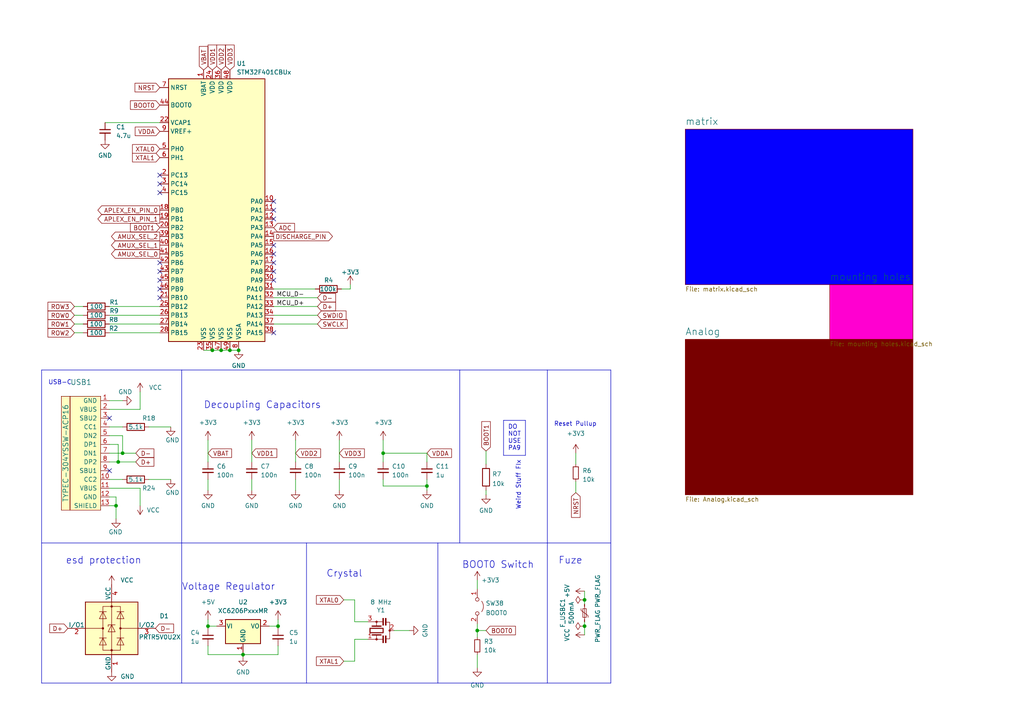
<source format=kicad_sch>
(kicad_sch (version 20230121) (generator eeschema)
  (paper "A4")
  (lib_symbols
    (symbol "Device:C_Small" (pin_numbers hide) (pin_names (offset 0.254) hide)
      (property "Reference" "C" (at 0.254 1.778 0))
      (property "Value" "C_Small" (at 0.254 -2.032 0))
      (symbol "C_Small_0_1"
        (polyline (pts (xy -1.524 -0.508) (xy 1.524 -0.508)) (stroke (width 0.3302)))
        (polyline (pts (xy -1.524 0.508) (xy 1.524 0.508)) (stroke (width 0.3048)))
      )
      (symbol "C_Small_1_1"
        (pin passive line (at 0 2.54 270) (length 2.032) (name "~") (number "1"))
        (pin passive line (at 0 -2.54 90) (length 2.032) (name "~") (number "2"))
      )
    )
    (symbol "Device:Polyfuse_Small" (pin_numbers hide) (pin_names (offset 0))
      (property "Reference" "F" (at -1.905 0 90))
      (property "Value" "Polyfuse_Small" (at 1.905 0 90))
      (symbol "Polyfuse_Small_0_1"
        (rectangle (start -0.508 1.27) (end 0.508 -1.27))
        (polyline (pts (xy 0 2.54) (xy 0 -2.54)))
        (polyline (pts (xy -1.016 1.27) (xy -1.016 0.762) (xy 1.016 -0.762) (xy 1.016 -1.27)))
      )
      (symbol "Polyfuse_Small_1_1"
        (pin passive line (at 0 2.54 270) (length 0.635) (name "~") (number "1"))
        (pin passive line (at 0 -2.54 90) (length 0.635) (name "~") (number "2"))
      )
    )
    (symbol "Device:R" (pin_numbers hide) (pin_names (offset 0))
      (property "Reference" "R" (at 2.032 0 90))
      (property "Value" "R" (at 0 0 90))
      (symbol "R_0_1"
        (rectangle (start -1.016 -2.54) (end 1.016 2.54) (stroke (width 0.254)))
      )
      (symbol "R_1_1"
        (pin passive line (at 0 3.81 270) (length 1.27) (name "~") (number "1"))
        (pin passive line (at 0 -3.81 90) (length 1.27) (name "~") (number "2"))
      )
    )
    (symbol "Device:R_Small" (pin_numbers hide) (pin_names (offset 0.254) hide)
      (property "Reference" "R" (at 0.762 0.508 0))
      (property "Value" "R_Small" (at 0.762 -1.016 0))
      (symbol "R_Small_0_1"
        (rectangle (start -0.762 1.778) (end 0.762 -1.778) (stroke (width 0.2032)))
      )
      (symbol "R_Small_1_1"
        (pin passive line (at 0 2.54 270) (length 0.762) (name "~") (number "1"))
        (pin passive line (at 0 -2.54 90) (length 0.762) (name "~") (number "2"))
      )
    )
    (symbol "Device:Resonator_Small" (pin_names (offset 1.016) hide)
      (property "Reference" "Y" (at 3.175 1.905 0))
      (property "Value" "Resonator_Small" (at 3.175 0 0))
      (symbol "Resonator_Small_0_1"
        (rectangle (start -3.556 -2.54) (end -1.524 -2.794) (fill (type outline)))
        (rectangle (start -3.556 -1.778) (end -1.524 -2.032) (fill (type outline)))
        (circle (center -2.54 0) (radius 0.254) (fill (type outline)))
        (rectangle (start -0.635 1.905) (end 0.635 -1.905) (stroke (width 0.3048)))
        (circle (center 0 -3.81) (radius 0.254) (fill (type outline)))
        (polyline (pts (xy -2.54 -1.778) (xy -2.54 0)))
        (polyline (pts (xy -2.54 0) (xy -1.397 0)))
        (polyline (pts (xy -2.54 1.27) (xy -2.54 0)))
        (polyline (pts (xy -1.27 -1.27) (xy -1.27 1.27)) (stroke (width 0.381)))
        (polyline (pts (xy 1.27 -1.27) (xy 1.27 1.27)) (stroke (width 0.381)))
        (polyline (pts (xy 1.27 0) (xy 2.54 0)))
        (polyline (pts (xy 2.54 0) (xy 2.54 -1.778)))
        (polyline (pts (xy 2.54 1.27) (xy 2.54 0)))
        (polyline (pts (xy 2.413 -2.794) (xy 2.413 -3.81) (xy -2.413 -3.81) (xy -2.413 -2.667)))
        (rectangle (start 1.524 -2.54) (end 3.556 -2.794) (fill (type outline)))
        (rectangle (start 1.524 -1.778) (end 3.556 -2.032) (fill (type outline)))
        (circle (center 2.54 0) (radius 0.254) (fill (type outline)))
      )
      (symbol "Resonator_Small_1_1"
        (pin passive line (at -2.54 2.54 270) (length 1.27) (name "1") (number "1"))
        (pin passive line (at 0 -5.08 90) (length 1.27) (name "2") (number "2"))
        (pin passive line (at 2.54 2.54 270) (length 1.27) (name "3") (number "3"))
      )
    )
    (symbol "Jumper:Jumper_2_Open" (pin_names (offset 0) hide)
      (property "Reference" "JP" (at 0 2.794 0))
      (property "Value" "Jumper_2_Open" (at 0 -2.286 0))
      (symbol "Jumper_2_Open_0_0"
        (circle (center -2.032 0) (radius 0.508))
        (circle (center 2.032 0) (radius 0.508))
      )
      (symbol "Jumper_2_Open_0_1"
        (arc (start 1.524 1.27) (mid 0 1.778) (end -1.524 1.27))
      )
      (symbol "Jumper_2_Open_1_1"
        (pin passive line (at -5.08 0 0) (length 2.54) (name "A") (number "1"))
        (pin passive line (at 5.08 0 180) (length 2.54) (name "B") (number "2"))
      )
    )
    (symbol "MCU_ST_STM32F4:STM32F401CBUx"
      (property "Reference" "U" (at -15.24 39.37 0))
      (property "Value" "STM32F401CBUx" (at 5.08 39.37 0))
      (symbol "STM32F401CBUx_0_1"
        (rectangle (start -15.24 -38.1) (end 12.7 38.1) (stroke (width 0.254)) (fill (type background)))
      )
      (symbol "STM32F401CBUx_1_1"
        (pin power_in line (at -5.08 40.64 270) (length 2.54) (name "VBAT") (number "1"))
        (pin bidirectional line (at 15.24 2.54 180) (length 2.54) (name "PA0") (number "10"))
        (pin bidirectional line (at 15.24 0 180) (length 2.54) (name "PA1") (number "11"))
        (pin bidirectional line (at 15.24 -2.54 180) (length 2.54) (name "PA2") (number "12"))
        (pin bidirectional line (at 15.24 -5.08 180) (length 2.54) (name "PA3") (number "13"))
        (pin bidirectional line (at 15.24 -7.62 180) (length 2.54) (name "PA4") (number "14"))
        (pin bidirectional line (at 15.24 -10.16 180) (length 2.54) (name "PA5") (number "15"))
        (pin bidirectional line (at 15.24 -12.7 180) (length 2.54) (name "PA6") (number "16"))
        (pin bidirectional line (at 15.24 -15.24 180) (length 2.54) (name "PA7") (number "17"))
        (pin bidirectional line (at -17.78 0 0) (length 2.54) (name "PB0") (number "18"))
        (pin bidirectional line (at -17.78 -2.54 0) (length 2.54) (name "PB1") (number "19"))
        (pin bidirectional line (at -17.78 10.16 0) (length 2.54) (name "PC13") (number "2"))
        (pin bidirectional line (at -17.78 -5.08 0) (length 2.54) (name "PB2") (number "20"))
        (pin bidirectional line (at -17.78 -25.4 0) (length 2.54) (name "PB10") (number "21"))
        (pin power_in line (at -17.78 25.4 0) (length 2.54) (name "VCAP1") (number "22"))
        (pin power_in line (at -5.08 -40.64 90) (length 2.54) (name "VSS") (number "23"))
        (pin power_in line (at -2.54 40.64 270) (length 2.54) (name "VDD") (number "24"))
        (pin bidirectional line (at -17.78 -27.94 0) (length 2.54) (name "PB12") (number "25"))
        (pin bidirectional line (at -17.78 -30.48 0) (length 2.54) (name "PB13") (number "26"))
        (pin bidirectional line (at -17.78 -33.02 0) (length 2.54) (name "PB14") (number "27"))
        (pin bidirectional line (at -17.78 -35.56 0) (length 2.54) (name "PB15") (number "28"))
        (pin bidirectional line (at 15.24 -17.78 180) (length 2.54) (name "PA8") (number "29"))
        (pin bidirectional line (at -17.78 7.62 0) (length 2.54) (name "PC14") (number "3"))
        (pin bidirectional line (at 15.24 -20.32 180) (length 2.54) (name "PA9") (number "30"))
        (pin bidirectional line (at 15.24 -22.86 180) (length 2.54) (name "PA10") (number "31"))
        (pin bidirectional line (at 15.24 -25.4 180) (length 2.54) (name "PA11") (number "32"))
        (pin bidirectional line (at 15.24 -27.94 180) (length 2.54) (name "PA12") (number "33"))
        (pin bidirectional line (at 15.24 -30.48 180) (length 2.54) (name "PA13") (number "34"))
        (pin power_in line (at -2.54 -40.64 90) (length 2.54) (name "VSS") (number "35"))
        (pin power_in line (at 0 40.64 270) (length 2.54) (name "VDD") (number "36"))
        (pin bidirectional line (at 15.24 -33.02 180) (length 2.54) (name "PA14") (number "37"))
        (pin bidirectional line (at 15.24 -35.56 180) (length 2.54) (name "PA15") (number "38"))
        (pin bidirectional line (at -17.78 -7.62 0) (length 2.54) (name "PB3") (number "39"))
        (pin bidirectional line (at -17.78 5.08 0) (length 2.54) (name "PC15") (number "4"))
        (pin bidirectional line (at -17.78 -10.16 0) (length 2.54) (name "PB4") (number "40"))
        (pin bidirectional line (at -17.78 -12.7 0) (length 2.54) (name "PB5") (number "41"))
        (pin bidirectional line (at -17.78 -15.24 0) (length 2.54) (name "PB6") (number "42"))
        (pin bidirectional line (at -17.78 -17.78 0) (length 2.54) (name "PB7") (number "43"))
        (pin input line (at -17.78 30.48 0) (length 2.54) (name "BOOT0") (number "44"))
        (pin bidirectional line (at -17.78 -20.32 0) (length 2.54) (name "PB8") (number "45"))
        (pin bidirectional line (at -17.78 -22.86 0) (length 2.54) (name "PB9") (number "46"))
        (pin power_in line (at 0 -40.64 90) (length 2.54) (name "VSS") (number "47"))
        (pin power_in line (at 2.54 40.64 270) (length 2.54) (name "VDD") (number "48"))
        (pin power_in line (at 2.54 -40.64 90) (length 2.54) (name "VSS") (number "49"))
        (pin input line (at -17.78 17.78 0) (length 2.54) (name "PH0") (number "5"))
        (pin input line (at -17.78 15.24 0) (length 2.54) (name "PH1") (number "6"))
        (pin input line (at -17.78 35.56 0) (length 2.54) (name "NRST") (number "7"))
        (pin power_in line (at 5.08 -40.64 90) (length 2.54) (name "VSSA") (number "8"))
        (pin power_in line (at -17.78 22.86 0) (length 2.54) (name "VREF+") (number "9"))
      )
    )
    (symbol "Power_Protection:PRTR5V0U2X" (pin_names (offset 0))
      (property "Reference" "D" (at 2.794 8.636 0))
      (property "Value" "PRTR5V0U2X" (at 8.128 -9.398 0))
      (symbol "PRTR5V0U2X_0_1"
        (rectangle (start -7.62 -7.62) (end 7.62 7.62) (stroke (width 0.254)) (fill (type background)))
        (circle (center -2.54 0) (radius 0.254) (fill (type outline)))
        (rectangle (start -2.54 6.35) (end 2.54 -6.35))
        (circle (center 0 -6.35) (radius 0.254) (fill (type outline)))
        (polyline (pts (xy -2.54 0) (xy -7.62 0)))
        (polyline (pts (xy -1.524 -2.794) (xy -3.556 -2.794)))
        (polyline (pts (xy -1.524 4.826) (xy -3.556 4.826)))
        (polyline (pts (xy 0 -7.62) (xy 0 7.62)))
        (polyline (pts (xy 1.524 -2.794) (xy 3.556 -2.794)))
        (polyline (pts (xy 1.524 4.826) (xy 3.556 4.826)))
        (polyline (pts (xy 2.54 0) (xy 7.62 0)))
        (polyline (pts (xy 1.016 1.016) (xy -1.016 1.016) (xy -1.016 0.508)))
        (polyline (pts (xy -3.556 -4.826) (xy -1.524 -4.826) (xy -2.54 -2.794) (xy -3.556 -4.826)))
        (polyline (pts (xy -3.556 2.794) (xy -1.524 2.794) (xy -2.54 4.826) (xy -3.556 2.794)))
        (polyline (pts (xy -1.016 -1.016) (xy 1.016 -1.016) (xy 0 1.016) (xy -1.016 -1.016)))
        (polyline (pts (xy 3.556 -4.826) (xy 1.524 -4.826) (xy 2.54 -2.794) (xy 3.556 -4.826)))
        (polyline (pts (xy 3.556 2.794) (xy 1.524 2.794) (xy 2.54 4.826) (xy 3.556 2.794)))
        (circle (center 0 6.35) (radius 0.254) (fill (type outline)))
        (circle (center 2.54 0) (radius 0.254) (fill (type outline)))
      )
      (symbol "PRTR5V0U2X_1_1"
        (pin passive line (at 0 -12.7 90) (length 5.08) (name "GND") (number "1"))
        (pin passive line (at -12.7 0 0) (length 5.08) (name "I/O1") (number "2"))
        (pin passive line (at 12.7 0 180) (length 5.08) (name "I/O2") (number "3"))
        (pin passive line (at 0 12.7 270) (length 5.08) (name "VCC") (number "4"))
      )
    )
    (symbol "Regulator_Linear:XC6206PxxxMR" (pin_names (offset 0.254))
      (property "Reference" "U" (at -3.81 3.175 0))
      (property "Value" "XC6206PxxxMR" (at 0 3.175 0))
      (symbol "XC6206PxxxMR_0_1"
        (rectangle (start -5.08 1.905) (end 5.08 -5.08) (stroke (width 0.254)) (fill (type background)))
      )
      (symbol "XC6206PxxxMR_1_1"
        (pin power_in line (at 0 -7.62 90) (length 2.54) (name "GND") (number "1"))
        (pin power_out line (at 7.62 0 180) (length 2.54) (name "VO") (number "2"))
        (pin power_in line (at -7.62 0 0) (length 2.54) (name "VI") (number "3"))
      )
    )
    (symbol "cipulot_parts:TYPEC-304YSSW-ACP16" (pin_names (offset 1.016))
      (property "Reference" "USB" (at -5.08 16.51 0))
      (property "Value" "TYPEC-304YSSW-ACP16" (at -10.16 -1.27 90))
      (symbol "TYPEC-304YSSW-ACP16_0_1"
        (rectangle (start -11.43 15.24) (end -8.89 -17.78) (fill (type background)))
        (rectangle (start 0 -17.78) (end -8.89 15.24) (fill (type background)))
      )
      (symbol "TYPEC-304YSSW-ACP16_1_1"
        (pin input line (at 2.54 13.97 180) (length 2.54) (name "GND") (number "1"))
        (pin input line (at 2.54 -8.89 180) (length 2.54) (name "CC2") (number "10"))
        (pin input line (at 2.54 -11.43 180) (length 2.54) (name "VBUS") (number "11"))
        (pin input line (at 2.54 -13.97 180) (length 2.54) (name "GND") (number "12"))
        (pin input line (at 2.54 -16.51 180) (length 2.54) (name "SHIELD") (number "13"))
        (pin input line (at 2.54 11.43 180) (length 2.54) (name "VBUS") (number "2"))
        (pin input line (at 2.54 8.89 180) (length 2.54) (name "SBU2") (number "3"))
        (pin input line (at 2.54 6.35 180) (length 2.54) (name "CC1") (number "4"))
        (pin input line (at 2.54 3.81 180) (length 2.54) (name "DN2") (number "5"))
        (pin input line (at 2.54 1.27 180) (length 2.54) (name "DP1") (number "6"))
        (pin input line (at 2.54 -1.27 180) (length 2.54) (name "DN1") (number "7"))
        (pin input line (at 2.54 -3.81 180) (length 2.54) (name "DP2") (number "8"))
        (pin input line (at 2.54 -6.35 180) (length 2.54) (name "SBU1") (number "9"))
      )
    )
    (symbol "power:+3.3V" (power) (pin_names (offset 0))
      (property "Value" "+3.3V" (at 0 3.556 0))
      (symbol "+3.3V_0_1"
        (polyline (pts (xy -0.762 1.27) (xy 0 2.54)))
        (polyline (pts (xy 0 0) (xy 0 2.54)))
        (polyline (pts (xy 0 2.54) (xy 0.762 1.27)))
      )
      (symbol "+3.3V_1_1"
        (pin power_in line (at 0 0 90) (length 0) hide (name "+3V3") (number "1"))
      )
    )
    (symbol "power:+3V3" (power) (pin_names (offset 0))
      (property "Value" "+3V3" (at 0 3.556 0))
      (symbol "+3V3_0_1"
        (polyline (pts (xy -0.762 1.27) (xy 0 2.54)))
        (polyline (pts (xy 0 0) (xy 0 2.54)))
        (polyline (pts (xy 0 2.54) (xy 0.762 1.27)))
      )
      (symbol "+3V3_1_1"
        (pin power_in line (at 0 0 90) (length 0) hide (name "+3V3") (number "1"))
      )
    )
    (symbol "power:+5V" (power) (pin_names (offset 0))
      (property "Value" "+5V" (at 0 3.556 0))
      (symbol "+5V_0_1"
        (polyline (pts (xy -0.762 1.27) (xy 0 2.54)))
        (polyline (pts (xy 0 0) (xy 0 2.54)))
        (polyline (pts (xy 0 2.54) (xy 0.762 1.27)))
      )
      (symbol "+5V_1_1"
        (pin power_in line (at 0 0 90) (length 0) hide (name "+5V") (number "1"))
      )
    )
    (symbol "power:GND" (power) (pin_names (offset 0))
      (property "Value" "GND" (at 0 -3.81 0))
      (symbol "GND_0_1"
        (polyline (pts (xy 0 0) (xy 0 -1.27) (xy 1.27 -1.27) (xy 0 -2.54) (xy -1.27 -1.27) (xy 0 -1.27)))
      )
      (symbol "GND_1_1"
        (pin power_in line (at 0 0 270) (length 0) hide (name "GND") (number "1"))
      )
    )
    (symbol "power:PWR_FLAG" (power) (pin_numbers hide) (pin_names (offset 0) hide)
      (property "Value" "PWR_FLAG" (at 0 3.81 0))
      (symbol "PWR_FLAG_0_0"
        (pin power_out line (at 0 0 90) (length 0) (name "pwr") (number "1"))
      )
      (symbol "PWR_FLAG_0_1"
        (polyline (pts (xy 0 0) (xy 0 1.27) (xy -1.016 1.905) (xy 0 2.54) (xy 1.016 1.905) (xy 0 1.27)))
      )
    )
    (symbol "power:VCC" (power) (pin_names (offset 0))
      (property "Value" "VCC" (at 0 3.81 0))
      (symbol "VCC_0_1"
        (polyline (pts (xy -0.762 1.27) (xy 0 2.54)))
        (polyline (pts (xy 0 0) (xy 0 2.54)))
        (polyline (pts (xy 0 2.54) (xy 0.762 1.27)))
      )
      (symbol "VCC_1_1"
        (pin power_in line (at 0 0 90) (length 0) hide (name "VCC") (number "1"))
      )
    )
  )
  (junction (at 169.545 173.99))
  (junction (at 64.135 101.6))
  (junction (at 111.125 131.445))
  (junction (at 66.675 101.6))
  (junction (at 34.29 133.985))
  (junction (at 60.325 181.61))
  (junction (at 169.545 181.61))
  (junction (at 33.655 146.685))
  (junction (at 61.595 101.6))
  (junction (at 138.43 182.88))
  (junction (at 35.56 131.445))
  (junction (at 70.485 189.865))
  (junction (at 69.215 101.6))
  (junction (at 80.645 181.61))
  (junction (at 123.825 140.97))
  (no_connect (at 79.375 96.52))
  (no_connect (at 79.375 58.42))
  (no_connect (at 79.375 60.96))
  (no_connect (at 46.355 76.2))
  (no_connect (at 46.355 50.8))
  (no_connect (at 46.355 53.34))
  (no_connect (at 46.355 55.88))
  (no_connect (at 79.375 78.74))
  (no_connect (at 46.355 81.28))
  (no_connect (at 79.375 81.28))
  (no_connect (at 79.375 76.2))
  (no_connect (at 46.355 83.82))
  (no_connect (at 79.375 71.12))
  (no_connect (at 79.375 63.5))
  (no_connect (at 31.75 136.525))
  (no_connect (at 79.375 73.66))
  (no_connect (at 46.355 86.36))
  (no_connect (at 46.355 78.74))
  (no_connect (at 31.75 121.285))
  (wire (pts (xy 70.485 189.23) (xy 70.485 189.865)))
  (polyline (pts (xy 146.05 132.08) (xy 152.4 132.08)))
  (wire (pts (xy 102.87 191.77) (xy 102.87 185.42)))
  (wire (pts (xy 70.485 189.865) (xy 70.485 190.5)))
  (wire (pts (xy 31.75 128.905) (xy 34.29 128.905)))
  (wire (pts (xy 21.59 91.44) (xy 24.13 91.44)))
  (wire (pts (xy 33.655 144.145) (xy 33.655 146.685)))
  (wire (pts (xy 102.87 185.42) (xy 106.68 185.42)))
  (wire (pts (xy 167.005 131.445) (xy 167.005 134.62)))
  (wire (pts (xy 31.75 88.9) (xy 46.355 88.9)))
  (wire (pts (xy 123.825 140.97) (xy 123.825 142.24)))
  (wire (pts (xy 79.375 91.44) (xy 92.075 91.44)))
  (polyline (pts (xy 177.165 198.12) (xy 12.065 198.12)))
  (polyline (pts (xy 133.35 107.315) (xy 133.35 157.48)))
  (wire (pts (xy 34.29 128.905) (xy 34.29 133.985)))
  (wire (pts (xy 169.545 181.61) (xy 169.545 180.34)))
  (polyline (pts (xy 12.065 157.48) (xy 177.165 157.48)))
  (wire (pts (xy 79.375 93.98) (xy 92.075 93.98)))
  (wire (pts (xy 40.64 118.745) (xy 40.64 113.665)))
  (wire (pts (xy 79.375 86.36) (xy 92.075 86.36)))
  (wire (pts (xy 31.75 141.605) (xy 40.64 141.605)))
  (wire (pts (xy 60.325 182.245) (xy 60.325 181.61)))
  (wire (pts (xy 111.125 140.97) (xy 123.825 140.97)))
  (wire (pts (xy 40.64 141.605) (xy 40.64 146.685)))
  (polyline (pts (xy 12.065 107.315) (xy 12.065 198.12)))
  (wire (pts (xy 78.105 181.61) (xy 80.645 181.61)))
  (wire (pts (xy 123.825 131.445) (xy 123.825 133.985)))
  (wire (pts (xy 91.44 83.82) (xy 79.375 83.82)))
  (wire (pts (xy 101.6 83.82) (xy 101.6 82.55)))
  (wire (pts (xy 66.675 101.6) (xy 69.215 101.6)))
  (wire (pts (xy 70.485 189.865) (xy 80.645 189.865)))
  (wire (pts (xy 31.75 96.52) (xy 46.355 96.52)))
  (wire (pts (xy 60.325 139.065) (xy 60.325 142.24)))
  (wire (pts (xy 31.75 123.825) (xy 35.56 123.825)))
  (wire (pts (xy 111.125 131.445) (xy 111.125 133.985)))
  (wire (pts (xy 31.75 91.44) (xy 46.355 91.44)))
  (wire (pts (xy 80.645 189.865) (xy 80.645 187.325)))
  (wire (pts (xy 85.725 127.635) (xy 85.725 133.985)))
  (wire (pts (xy 106.68 180.34) (xy 102.87 180.34)))
  (wire (pts (xy 73.025 127.635) (xy 73.025 133.985)))
  (wire (pts (xy 35.56 131.445) (xy 39.37 131.445)))
  (wire (pts (xy 140.97 130.81) (xy 140.97 134.62)))
  (polyline (pts (xy 52.705 107.315) (xy 52.705 198.12)))
  (wire (pts (xy 60.325 127.635) (xy 60.325 133.985)))
  (wire (pts (xy 31.75 131.445) (xy 35.56 131.445)))
  (wire (pts (xy 138.43 189.865) (xy 138.43 193.675)))
  (wire (pts (xy 43.18 123.825) (xy 49.53 123.825)))
  (wire (pts (xy 98.425 139.065) (xy 98.425 142.24)))
  (wire (pts (xy 99.695 173.99) (xy 102.87 173.99)))
  (wire (pts (xy 33.655 146.685) (xy 33.655 150.495)))
  (wire (pts (xy 31.75 118.745) (xy 40.64 118.745)))
  (wire (pts (xy 111.125 127.635) (xy 111.125 131.445)))
  (wire (pts (xy 80.645 181.61) (xy 80.645 179.705)))
  (wire (pts (xy 59.055 101.6) (xy 61.595 101.6)))
  (wire (pts (xy 99.695 191.77) (xy 102.87 191.77)))
  (wire (pts (xy 111.125 131.445) (xy 123.825 131.445)))
  (wire (pts (xy 138.43 180.975) (xy 138.43 182.88)))
  (wire (pts (xy 169.545 175.26) (xy 169.545 173.99)))
  (wire (pts (xy 21.59 88.9) (xy 24.13 88.9)))
  (polyline (pts (xy 158.75 157.48) (xy 158.75 198.12)))
  (wire (pts (xy 123.825 139.065) (xy 123.825 140.97)))
  (wire (pts (xy 61.595 101.6) (xy 64.135 101.6)))
  (wire (pts (xy 111.125 139.065) (xy 111.125 140.97)))
  (wire (pts (xy 31.75 126.365) (xy 35.56 126.365)))
  (wire (pts (xy 79.375 88.9) (xy 92.075 88.9)))
  (wire (pts (xy 31.75 116.205) (xy 35.56 116.205)))
  (wire (pts (xy 73.025 139.065) (xy 73.025 142.24)))
  (wire (pts (xy 31.75 139.065) (xy 35.56 139.065)))
  (wire (pts (xy 102.87 180.34) (xy 102.87 173.99)))
  (wire (pts (xy 60.325 189.865) (xy 60.325 187.325)))
  (wire (pts (xy 64.135 101.6) (xy 66.675 101.6)))
  (wire (pts (xy 21.59 93.98) (xy 24.13 93.98)))
  (wire (pts (xy 138.43 182.88) (xy 138.43 184.785)))
  (polyline (pts (xy 152.4 132.08) (xy 152.4 121.92)))
  (wire (pts (xy 98.425 127.635) (xy 98.425 133.985)))
  (wire (pts (xy 138.43 182.88) (xy 140.97 182.88)))
  (wire (pts (xy 99.06 83.82) (xy 101.6 83.82)))
  (wire (pts (xy 140.97 142.24) (xy 140.97 143.51)))
  (polyline (pts (xy 12.065 107.315) (xy 177.165 107.315)))
  (wire (pts (xy 31.75 144.145) (xy 33.655 144.145)))
  (wire (pts (xy 80.645 181.61) (xy 80.645 182.245)))
  (wire (pts (xy 169.545 173.99) (xy 169.545 171.45)))
  (wire (pts (xy 30.48 35.56) (xy 46.355 35.56)))
  (polyline (pts (xy 146.05 121.92) (xy 146.05 132.08)))
  (wire (pts (xy 46.355 93.98) (xy 31.75 93.98)))
  (wire (pts (xy 70.485 189.865) (xy 60.325 189.865)))
  (wire (pts (xy 21.59 96.52) (xy 24.13 96.52)))
  (polyline (pts (xy 158.75 107.315) (xy 158.75 157.48)))
  (wire (pts (xy 60.325 181.61) (xy 62.865 181.61)))
  (polyline (pts (xy 146.05 121.92) (xy 152.4 121.92)))
  (polyline (pts (xy 88.9 157.48) (xy 88.9 198.12)))
  (wire (pts (xy 33.655 146.685) (xy 31.75 146.685)))
  (wire (pts (xy 34.29 133.985) (xy 39.37 133.985)))
  (wire (pts (xy 169.545 184.15) (xy 169.545 181.61)))
  (wire (pts (xy 138.43 168.275) (xy 138.43 170.815)))
  (wire (pts (xy 43.18 139.065) (xy 49.53 139.065)))
  (wire (pts (xy 60.325 181.61) (xy 60.325 179.705)))
  (wire (pts (xy 167.005 139.7) (xy 167.005 142.875)))
  (wire (pts (xy 35.56 126.365) (xy 35.56 131.445)))
  (polyline (pts (xy 127 157.48) (xy 127 198.12)))
  (wire (pts (xy 85.725 139.065) (xy 85.725 142.24)))
  (wire (pts (xy 114.3 182.88) (xy 118.745 182.88)))
  (polyline (pts (xy 177.165 107.315) (xy 177.165 198.12)))
  (wire (pts (xy 31.75 133.985) (xy 34.29 133.985)))
  (text "Weird Stuff FIx" (at 151.13 147.955 90) (effects (font (size 1.27 1.27)) (justify left bottom)))
  (text "BOOT0 Switch" (at 133.985 165.1 0) (effects (font (size 2 2)) (justify left bottom)))
  (text "USB-C" (at 13.97 111.76 0) (effects (font (size 1.27 1.27)) (justify left bottom)))
  (text "Voltage Regulator" (at 52.705 171.45 0) (effects (font (size 2 2)) (justify left bottom)))
  (text "Reset Pullup" (at 160.655 123.825 0) (effects (font (size 1.27 1.27)) (justify left bottom)))
  (text "esd protection\n" (at 19.05 163.83 0) (effects (font (size 2 2)) (justify left bottom)))
  (text "DO\nNOT\nUSE\nPA9\n" (at 147.32 130.81 0) (effects (font (size 1.27 1.27)) (justify left bottom)))
  (text "Fuze\n" (at 161.925 163.83 0) (effects (font (size 2 2)) (justify left bottom)))
  (text "Crystal" (at 94.615 167.64 0) (effects (font (size 2 2)) (justify left bottom)))
  (text "Decoupling Capacitors" (at 59.055 118.745 0) (effects (font (size 2 2)) (justify left bottom)))
  (label "MCU_D-" (at 88.265 86.36 180))
  (label "MCU_D+" (at 88.265 88.9 180))
  (global_label "XTAL1" (shape input) (at 99.695 191.77 180) (property "Intersheetrefs" "${INTERSHEET_REFS}" (effects hide)))
  (global_label "VDDA" (shape input) (at 123.825 131.445 0) (property "Intersheetrefs" "${INTERSHEET_REFS}" (effects hide)))
  (global_label "VDD2" (shape input) (at 64.135 20.32 90) (property "Intersheetrefs" "${INTERSHEET_REFS}" (effects hide)))
  (global_label "ROW0" (shape input) (at 21.59 91.44 180) (property "Intersheetrefs" "${INTERSHEET_REFS}" (effects hide)))
  (global_label "DISCHARGE_PIN" (shape output) (at 79.375 68.58 0) (property "Intersheetrefs" "${INTERSHEET_REFS}" (effects hide)))
  (global_label "VBAT" (shape input) (at 59.055 20.32 90) (property "Intersheetrefs" "${INTERSHEET_REFS}" (effects hide)))
  (global_label "BOOT1" (shape input) (at 46.355 66.04 180) (property "Intersheetrefs" "${INTERSHEET_REFS}" (effects hide)))
  (global_label "ROW2" (shape input) (at 21.59 96.52 180) (property "Intersheetrefs" "${INTERSHEET_REFS}" (effects hide)))
  (global_label "NRST" (shape input) (at 46.355 25.4 180) (property "Intersheetrefs" "${INTERSHEET_REFS}" (effects hide)))
  (global_label "SWDIO" (shape input) (at 92.075 91.44 0) (property "Intersheetrefs" "${INTERSHEET_REFS}" (effects hide)))
  (global_label "ROW1" (shape input) (at 21.59 93.98 180) (property "Intersheetrefs" "${INTERSHEET_REFS}" (effects hide)))
  (global_label "D+" (shape input) (at 19.685 182.245 180) (property "Intersheetrefs" "${INTERSHEET_REFS}" (effects hide)))
  (global_label "NRST" (shape input) (at 167.005 142.875 270) (property "Intersheetrefs" "${INTERSHEET_REFS}" (effects hide)))
  (global_label "XTAL0" (shape input) (at 46.355 43.18 180) (property "Intersheetrefs" "${INTERSHEET_REFS}" (effects hide)))
  (global_label "APLEX_EN_PIN_0" (shape output) (at 46.355 60.96 180) (property "Intersheetrefs" "${INTERSHEET_REFS}" (effects hide)))
  (global_label "BOOT1" (shape input) (at 140.97 130.81 90) (property "Intersheetrefs" "${INTERSHEET_REFS}" (effects hide)))
  (global_label "AMUX_SEL_2" (shape output) (at 46.355 68.58 180) (property "Intersheetrefs" "${INTERSHEET_REFS}" (effects hide)))
  (global_label "VBAT" (shape input) (at 60.325 131.445 0) (property "Intersheetrefs" "${INTERSHEET_REFS}" (effects hide)))
  (global_label "D-" (shape input) (at 45.085 182.245 0) (property "Intersheetrefs" "${INTERSHEET_REFS}" (effects hide)))
  (global_label "APLEX_EN_PIN_1" (shape output) (at 46.355 63.5 180) (property "Intersheetrefs" "${INTERSHEET_REFS}" (effects hide)))
  (global_label "ROW3" (shape input) (at 21.59 88.9 180) (property "Intersheetrefs" "${INTERSHEET_REFS}" (effects hide)))
  (global_label "AMUX_SEL_0" (shape output) (at 46.355 73.66 180) (property "Intersheetrefs" "${INTERSHEET_REFS}" (effects hide)))
  (global_label "VDD1" (shape input) (at 73.025 131.445 0) (property "Intersheetrefs" "${INTERSHEET_REFS}" (effects hide)))
  (global_label "ADC" (shape input) (at 79.375 66.04 0) (property "Intersheetrefs" "${INTERSHEET_REFS}" (effects hide)))
  (global_label "XTAL1" (shape input) (at 46.355 45.72 180) (property "Intersheetrefs" "${INTERSHEET_REFS}" (effects hide)))
  (global_label "D+" (shape input) (at 92.075 88.9 0) (property "Intersheetrefs" "${INTERSHEET_REFS}" (effects hide)))
  (global_label "VDD2" (shape input) (at 85.725 131.445 0) (property "Intersheetrefs" "${INTERSHEET_REFS}" (effects hide)))
  (global_label "XTAL0" (shape input) (at 99.695 173.99 180) (property "Intersheetrefs" "${INTERSHEET_REFS}" (effects hide)))
  (global_label "VDD3" (shape input) (at 98.425 131.445 0) (property "Intersheetrefs" "${INTERSHEET_REFS}" (effects hide)))
  (global_label "SWCLK" (shape input) (at 92.075 93.98 0) (property "Intersheetrefs" "${INTERSHEET_REFS}" (effects hide)))
  (global_label "AMUX_SEL_1" (shape output) (at 46.355 71.12 180) (property "Intersheetrefs" "${INTERSHEET_REFS}" (effects hide)))
  (global_label "VDD1" (shape input) (at 61.595 20.32 90) (property "Intersheetrefs" "${INTERSHEET_REFS}" (effects hide)))
  (global_label "VDD3" (shape input) (at 66.675 20.32 90) (property "Intersheetrefs" "${INTERSHEET_REFS}" (effects hide)))
  (global_label "D-" (shape input) (at 39.37 131.445 0) (property "Intersheetrefs" "${INTERSHEET_REFS}" (effects hide)))
  (global_label "BOOT0" (shape input) (at 46.355 30.48 180) (property "Intersheetrefs" "${INTERSHEET_REFS}" (effects hide)))
  (global_label "D-" (shape input) (at 92.075 86.36 0) (property "Intersheetrefs" "${INTERSHEET_REFS}" (effects hide)))
  (global_label "D+" (shape input) (at 39.37 133.985 0) (property "Intersheetrefs" "${INTERSHEET_REFS}" (effects hide)))
  (global_label "VDDA" (shape input) (at 46.355 38.1 180) (property "Intersheetrefs" "${INTERSHEET_REFS}" (effects hide)))
  (global_label "BOOT0" (shape input) (at 140.97 182.88 0) (property "Intersheetrefs" "${INTERSHEET_REFS}" (effects hide)))
  (symbol (lib_id "power:GND") (at 118.745 182.88 90) (unit 1)
    (property "Reference" "#PWR0109" (effects hide))
    (property "Value" "GND" (at 123.3075 182.88 0))
  )
  (symbol (lib_id "Device:Resonator_Small") (at 109.22 182.88 90) (unit 1)
    (property "Reference" "Y1" (at 110.49 176.9618 90))
    (property "Value" "8 MHz" (at 110.49 174.6504 90))
    (property "Footprint" "Crystal:Resonator_SMD_Murata_CSTxExxV-3Pin_3.0x1.1mm" (effects hide))
    (property "LCSC" "C907975" (effects hide))
  )
  (symbol (lib_id "Device:R") (at 39.37 139.065 90) (unit 1)
    (property "Reference" "R24" (at 43.18 141.605 90))
    (property "Value" "5.1k" (at 39.37 139.065 90))
    (property "Footprint" "Resistor_SMD:R_0402_1005Metric" (effects hide))
    (property "LCSC" "C25905" (effects hide))
  )
  (symbol (lib_id "power:+5V") (at 60.325 179.705 0) (unit 1)
    (property "Reference" "#PWR0115" (effects hide))
    (property "Value" "+5V" (at 60.325 174.625 0))
  )
  (symbol (lib_id "power:GND") (at 123.825 142.24 0) (unit 1)
    (property "Reference" "#PWR0123" (effects hide))
    (property "Value" "GND" (at 123.825 146.685 0))
  )
  (symbol (lib_id "Device:C_Small") (at 123.825 136.525 0) (unit 1)
    (property "Reference" "C11" (at 126.365 135.2612 0) (effects (justify left)))
    (property "Value" "1u" (at 126.365 137.8012 0) (effects (justify left)))
    (property "Footprint" "Capacitor_SMD:C_0402_1005Metric" (effects hide))
  )
  (symbol (lib_id "Device:R") (at 95.25 83.82 90) (unit 1)
    (property "Reference" "R4" (at 93.98 81.28 90) (effects (justify right)))
    (property "Value" "100k" (at 92.71 83.82 90) (effects (justify right)))
    (property "Footprint" "Resistor_SMD:R_0402_1005Metric" (effects hide))
    (property "LCSC" "C25741" (effects hide))
  )
  (symbol (lib_id "power:GND") (at 30.48 40.64 0) (unit 1)
    (property "Reference" "#PWR0110" (effects hide))
    (property "Value" "GND" (at 30.48 45.085 0))
  )
  (symbol (lib_id "Device:R") (at 27.94 88.9 270) (unit 1)
    (property "Reference" "R1" (at 31.75 87.63 90) (effects (justify left)))
    (property "Value" "100" (at 26.035 88.9 90) (effects (justify left)))
    (property "Footprint" "Resistor_SMD:R_0402_1005Metric" (effects hide))
    (property "LCSC" "C25076" (effects hide))
  )
  (symbol (lib_id "power:GND") (at 35.56 116.205 90) (unit 1)
    (property "Reference" "#PWR0126" (effects hide))
    (property "Value" "GND" (at 34.29 113.665 90) (effects (justify right)))
  )
  (symbol (lib_id "Device:C_Small") (at 30.48 38.1 0) (unit 1)
    (property "Reference" "C1" (at 33.655 36.8362 0) (effects (justify left)))
    (property "Value" "4.7u" (at 33.655 39.3762 0) (effects (justify left)))
    (property "Footprint" "Capacitor_SMD:C_0402_1005Metric" (effects hide))
  )
  (symbol (lib_id "power:GND") (at 70.485 190.5 0) (unit 1)
    (property "Reference" "#PWR0111" (effects hide))
    (property "Value" "GND" (at 70.485 194.945 0))
  )
  (symbol (lib_id "power:GND") (at 140.97 143.51 0) (unit 1)
    (property "Reference" "#PWR0114" (effects hide))
    (property "Value" "GND" (at 140.97 148.0725 0))
  )
  (symbol (lib_id "power:+3V3") (at 138.43 168.275 0) (unit 1)
    (property "Reference" "#PWR01" (effects hide))
    (property "Value" "+3V3" (at 142.24 168.275 0))
  )
  (symbol (lib_id "power:GND") (at 98.425 142.24 0) (unit 1)
    (property "Reference" "#PWR0121" (effects hide))
    (property "Value" "GND" (at 98.425 146.685 0))
  )
  (symbol (lib_id "power:+3.3V") (at 101.6 82.55 0) (unit 1)
    (property "Reference" "#PWR0102" (effects hide))
    (property "Value" "+3.3V" (at 101.6 78.9455 0))
  )
  (symbol (lib_id "power:GND") (at 138.43 193.675 0) (unit 1)
    (property "Reference" "#PWR0105" (effects hide))
    (property "Value" "GND" (at 138.43 198.755 0))
  )
  (symbol (lib_id "power:VCC") (at 169.545 184.15 90) (unit 1)
    (property "Reference" "#PWR0108" (effects hide))
    (property "Value" "VCC" (at 164.465 184.15 0))
  )
  (symbol (lib_id "MCU_ST_STM32F4:STM32F401CBUx") (at 64.135 60.96 0) (unit 1)
    (property "Reference" "U1" (at 68.6309 18.415 0) (effects (justify left)))
    (property "Value" "STM32F401CBUx" (at 68.6309 20.955 0) (effects (justify left)))
    (property "Footprint" "Package_DFN_QFN:QFN-48-1EP_7x7mm_P0.5mm_EP5.6x5.6mm" (effects hide))
    (property "Datasheet" "http://www.st.com/st-web-ui/static/active/en/resource/technical/document/datasheet/DM00086815.pdf" (effects hide))
    (property "LCSC" "C118825" (effects hide))
  )
  (symbol (lib_id "Device:R_Small") (at 138.43 187.325 0) (unit 1)
    (property "Reference" "R3" (at 140.335 186.0549 0) (effects (justify left)))
    (property "Value" "10k" (at 140.335 188.5949 0) (effects (justify left)))
    (property "Footprint" "Resistor_SMD:R_0402_1005Metric" (effects hide))
  )
  (symbol (lib_id "Device:C_Small") (at 111.125 136.525 0) (unit 1)
    (property "Reference" "C10" (at 113.665 135.2612 0) (effects (justify left)))
    (property "Value" "100n" (at 113.665 137.8012 0) (effects (justify left)))
    (property "Footprint" "Capacitor_SMD:C_0402_1005Metric" (effects hide))
  )
  (symbol (lib_id "power:+3V3") (at 167.005 131.445 0) (unit 1)
    (property "Reference" "#PWR0103" (effects hide))
    (property "Value" "+3V3" (at 167.005 125.73 0))
  )
  (symbol (lib_id "power:VCC") (at 40.64 146.685 180) (unit 1)
    (property "Reference" "#PWR0151" (effects hide))
    (property "Value" "VCC" (at 42.545 147.9549 0) (effects (justify right)))
  )
  (symbol (lib_id "power:GND") (at 60.325 142.24 0) (unit 1)
    (property "Reference" "#PWR0112" (effects hide))
    (property "Value" "GND" (at 60.325 146.685 0))
  )
  (symbol (lib_id "Device:C_Small") (at 73.025 136.525 0) (unit 1)
    (property "Reference" "C7" (at 75.565 135.2612 0) (effects (justify left)))
    (property "Value" "100n" (at 75.565 137.8012 0) (effects (justify left)))
    (property "Footprint" "Capacitor_SMD:C_0402_1005Metric" (effects hide))
  )
  (symbol (lib_id "Jumper:Jumper_2_Open") (at 138.43 175.895 270) (unit 1)
    (property "Reference" "SW38" (at 140.843 174.9865 90) (effects (justify left)))
    (property "Value" "BOOT0" (at 140.843 177.7616 90) (effects (justify left)))
    (property "Footprint" "Connector_PinHeader_2.54mm:PinHeader_1x02_P2.54mm_Vertical" (effects hide))
  )
  (symbol (lib_id "Power_Protection:PRTR5V0U2X") (at 32.385 182.245 0) (unit 1)
    (property "Reference" "D1" (at 47.625 178.6636 0))
    (property "Value" "PRTR5V0U2X" (at 46.355 184.785 0))
    (property "Footprint" "Package_TO_SOT_SMD:SOT-143" (effects hide))
    (property "Datasheet" "https://assets.nexperia.com/documents/data-sheet/PRTR5V0U2X.pdf" (effects hide))
  )
  (symbol (lib_id "power:VCC") (at 32.385 169.545 0) (unit 1)
    (property "Reference" "#PWR0106" (effects hide))
    (property "Value" "VCC" (at 34.925 168.2749 0) (effects (justify left)))
  )
  (symbol (lib_id "power:VCC") (at 40.64 113.665 0) (unit 1)
    (property "Reference" "#PWR0125" (effects hide))
    (property "Value" "VCC" (at 43.18 112.3949 0) (effects (justify left)))
  )
  (symbol (lib_id "Device:C_Small") (at 80.645 184.785 0) (unit 1)
    (property "Reference" "C5" (at 83.82 183.5212 0) (effects (justify left)))
    (property "Value" "1u" (at 83.82 186.0612 0) (effects (justify left)))
    (property "Footprint" "Capacitor_SMD:C_0402_1005Metric" (effects hide))
  )
  (symbol (lib_id "Regulator_Linear:XC6206PxxxMR") (at 70.485 181.61 0) (unit 1)
    (property "Reference" "U2" (at 70.485 174.625 0))
    (property "Value" "XC6206PxxxMR" (at 70.485 177.165 0))
    (property "Footprint" "Package_TO_SOT_SMD:SOT-23" (effects hide))
    (property "Datasheet" "https://www.torexsemi.com/file/xc6206/XC6206.pdf" (effects hide))
  )
  (symbol (lib_id "power:GND") (at 32.385 194.945 0) (unit 1)
    (property "Reference" "#PWR0107" (effects hide))
    (property "Value" "GND" (at 34.925 196.2149 0) (effects (justify left)))
  )
  (symbol (lib_id "Device:C_Small") (at 60.325 184.785 0) (unit 1)
    (property "Reference" "C4" (at 55.245 183.515 0) (effects (justify left)))
    (property "Value" "1u" (at 55.245 186.055 0) (effects (justify left)))
    (property "Footprint" "Capacitor_SMD:C_0402_1005Metric" (effects hide))
  )
  (symbol (lib_id "power:GND") (at 49.53 123.825 0) (unit 1)
    (property "Reference" "#PWR0127" (effects hide))
    (property "Value" "GND" (at 52.07 127.635 0) (effects (justify right)))
  )
  (symbol (lib_id "power:+5V") (at 169.545 171.45 90) (unit 1)
    (property "Reference" "#PWR0104" (effects hide))
    (property "Value" "+5V" (at 164.465 171.45 0))
  )
  (symbol (lib_id "Device:C_Small") (at 85.725 136.525 0) (unit 1)
    (property "Reference" "C8" (at 88.265 135.2612 0) (effects (justify left)))
    (property "Value" "100n" (at 88.265 137.8012 0) (effects (justify left)))
    (property "Footprint" "Capacitor_SMD:C_0402_1005Metric" (effects hide))
  )
  (symbol (lib_id "Device:Polyfuse_Small") (at 169.545 177.8 180) (unit 1)
    (property "Reference" "F_USBC1" (at 163.195 177.8 90))
    (property "Value" "500mA" (at 165.735 177.8 90))
    (property "Footprint" "Fuse:Fuse_1206_3216Metric" (effects hide))
  )
  (symbol (lib_id "power:+3V3") (at 98.425 127.635 0) (unit 1)
    (property "Reference" "#PWR0118" (effects hide))
    (property "Value" "+3V3" (at 98.425 122.555 0))
  )
  (symbol (lib_id "power:GND") (at 85.725 142.24 0) (unit 1)
    (property "Reference" "#PWR0122" (effects hide))
    (property "Value" "GND" (at 85.725 146.685 0))
  )
  (symbol (lib_id "Device:C_Small") (at 98.425 136.525 0) (unit 1)
    (property "Reference" "C9" (at 100.965 135.2612 0) (effects (justify left)))
    (property "Value" "100n" (at 100.965 137.8012 0) (effects (justify left)))
    (property "Footprint" "Capacitor_SMD:C_0402_1005Metric" (effects hide))
  )
  (symbol (lib_id "power:GND") (at 73.025 142.24 0) (unit 1)
    (property "Reference" "#PWR0124" (effects hide))
    (property "Value" "GND" (at 73.025 146.685 0))
  )
  (symbol (lib_id "Device:R") (at 140.97 138.43 180) (unit 1)
    (property "Reference" "R7" (at 142.748 137.5215 0) (effects (justify right)))
    (property "Value" "10k" (at 142.748 140.2966 0) (effects (justify right)))
    (property "Footprint" "Resistor_SMD:R_0402_1005Metric" (effects hide))
    (property "LCSC" "C25744" (effects hide))
  )
  (symbol (lib_id "Device:R") (at 27.94 96.52 90) (unit 1)
    (property "Reference" "R2" (at 34.29 95.25 90) (effects (justify left)))
    (property "Value" "100" (at 29.845 96.52 90) (effects (justify left)))
    (property "Footprint" "Resistor_SMD:R_0402_1005Metric" (effects hide))
    (property "LCSC" "C25076" (effects hide))
  )
  (symbol (lib_id "power:GND") (at 69.215 101.6 0) (unit 1)
    (property "Reference" "#PWR0101" (effects hide))
    (property "Value" "GND" (at 69.215 106.045 0))
  )
  (symbol (lib_id "power:PWR_FLAG") (at 169.545 173.99 90) (unit 1)
    (property "Reference" "#FLG0101" (effects hide))
    (property "Value" "PWR_FLAG" (at 173.355 171.45 0))
  )
  (symbol (lib_id "power:+3V3") (at 60.325 127.635 0) (unit 1)
    (property "Reference" "#PWR0113" (effects hide))
    (property "Value" "+3V3" (at 60.325 122.555 0))
  )
  (symbol (lib_id "cipulot_parts:TYPEC-304YSSW-ACP16") (at 29.21 130.175 0) (unit 1)
    (property "Reference" "USB1" (at 23.495 110.8509 0) (effects (font (size 1.524 1.524))))
    (property "Value" "TYPEC-304YSSW-ACP16" (at 19.05 131.445 90) (effects (font (size 1.524 1.524))))
    (property "Footprint" "cipulot_parts:TYPEC-304YSSW-ACP16" (effects hide))
    (property "LCSC" "C2840392" (effects hide))
  )
  (symbol (lib_id "Device:C_Small") (at 60.325 136.525 0) (unit 1)
    (property "Reference" "C6" (at 62.865 135.2612 0) (effects (justify left)))
    (property "Value" "100n" (at 62.865 137.8012 0) (effects (justify left)))
    (property "Footprint" "Capacitor_SMD:C_0402_1005Metric" (effects hide))
  )
  (symbol (lib_id "Device:R") (at 39.37 123.825 270) (unit 1)
    (property "Reference" "R18" (at 43.18 121.285 90))
    (property "Value" "5.1k" (at 39.37 123.825 90))
    (property "Footprint" "Resistor_SMD:R_0402_1005Metric" (effects hide))
    (property "LCSC" "C25905" (effects hide))
  )
  (symbol (lib_id "Device:R_Small") (at 167.005 137.16 0) (unit 1)
    (property "Reference" "R6" (at 168.91 136.525 0) (effects (justify left)))
    (property "Value" "10k" (at 168.91 139.065 0) (effects (justify left)))
    (property "Footprint" "Resistor_SMD:R_0402_1005Metric" (effects hide))
  )
  (symbol (lib_id "power:+3V3") (at 73.025 127.635 0) (unit 1)
    (property "Reference" "#PWR0117" (effects hide))
    (property "Value" "+3V3" (at 73.025 122.555 0))
  )
  (symbol (lib_id "power:GND") (at 33.655 150.495 0) (unit 1)
    (property "Reference" "#PWR0150" (effects hide))
    (property "Value" "GND" (at 35.56 154.305 0) (effects (justify right)))
  )
  (symbol (lib_id "Device:R") (at 27.94 91.44 270) (unit 1)
    (property "Reference" "R9" (at 31.75 90.17 90) (effects (justify left)))
    (property "Value" "100" (at 26.035 91.44 90) (effects (justify left)))
    (property "Footprint" "Resistor_SMD:R_0402_1005Metric" (effects hide))
    (property "LCSC" "C25076" (effects hide))
  )
  (symbol (lib_id "power:+3V3") (at 111.125 127.635 0) (unit 1)
    (property "Reference" "#PWR0120" (effects hide))
    (property "Value" "+3V3" (at 111.125 122.555 0))
  )
  (symbol (lib_id "power:PWR_FLAG") (at 169.545 181.61 90) (unit 1)
    (property "Reference" "#FLG0102" (effects hide))
    (property "Value" "PWR_FLAG" (at 173.355 181.61 0))
  )
  (symbol (lib_id "power:+3V3") (at 85.725 127.635 0) (unit 1)
    (property "Reference" "#PWR0119" (effects hide))
    (property "Value" "+3V3" (at 85.725 122.555 0))
  )
  (symbol (lib_id "power:GND") (at 49.53 139.065 0) (unit 1)
    (property "Reference" "#PWR0149" (effects hide))
    (property "Value" "GND" (at 52.07 142.875 0) (effects (justify right)))
  )
  (symbol (lib_id "power:+3V3") (at 80.645 179.705 0) (unit 1)
    (property "Reference" "#PWR0116" (effects hide))
    (property "Value" "+3V3" (at 80.645 174.625 0))
  )
  (symbol (lib_id "Device:R") (at 27.94 93.98 90) (unit 1)
    (property "Reference" "R8" (at 34.29 92.71 90) (effects (justify left)))
    (property "Value" "100" (at 29.845 93.98 90) (effects (justify left)))
    (property "Footprint" "Resistor_SMD:R_0402_1005Metric" (effects hide))
    (property "LCSC" "C25076" (effects hide))
  )
  (sheet (at 198.755 98.425) (size 66.04 45.085) (stroke (width 0.1524)) (fill (color 120 0 0 1.0000))
    (property "Sheetname" "Analog" (at 198.755 97.3484 0) (effects (font (size 2 2)) (justify left bottom)))
    (property "Sheetfile" "Analog.kicad_sch" (at 198.755 144.0946 0) (effects (justify left top)))
  )
  (sheet (at 240.665 82.55) (size 24.13 15.875) (stroke (width 0.1524)) (fill (color 255 0 208 1.0000))
    (property "Sheetname" "mounting holes" (at 240.665 81.4734 0) (effects (font (size 2 2)) (justify left bottom)))
    (property "Sheetfile" "mounting holes.kicad_sch" (at 240.665 99.0096 0) (effects (justify left top)))
  )
  (sheet (at 198.755 37.465) (size 66.04 45.085) (stroke (width 0.1524)) (fill (color 5 0 255 1.0000))
    (property "Sheetname" "matrix" (at 198.755 36.3884 0) (effects (font (size 2 2)) (justify left bottom)))
    (property "Sheetfile" "matrix.kicad_sch" (at 198.755 83.1346 0) (effects (justify left top)))
  )
)
</source>
